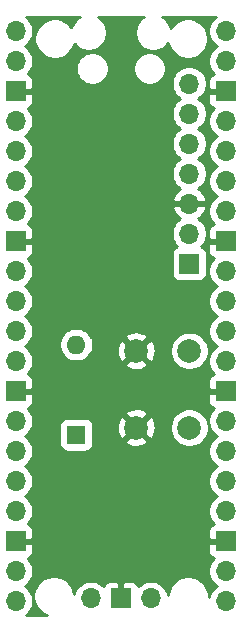
<source format=gbr>
%TF.GenerationSoftware,KiCad,Pcbnew,(5.1.9)-1*%
%TF.CreationDate,2021-04-21T20:58:21+02:00*%
%TF.ProjectId,Air-Quality,4169722d-5175-4616-9c69-74792e6b6963,rev?*%
%TF.SameCoordinates,Original*%
%TF.FileFunction,Copper,L2,Bot*%
%TF.FilePolarity,Positive*%
%FSLAX46Y46*%
G04 Gerber Fmt 4.6, Leading zero omitted, Abs format (unit mm)*
G04 Created by KiCad (PCBNEW (5.1.9)-1) date 2021-04-21 20:58:21*
%MOMM*%
%LPD*%
G01*
G04 APERTURE LIST*
%TA.AperFunction,ComponentPad*%
%ADD10O,1.700000X1.700000*%
%TD*%
%TA.AperFunction,ComponentPad*%
%ADD11R,1.700000X1.700000*%
%TD*%
%TA.AperFunction,ComponentPad*%
%ADD12C,2.000000*%
%TD*%
%TA.AperFunction,ComponentPad*%
%ADD13R,1.600000X1.600000*%
%TD*%
%TA.AperFunction,ComponentPad*%
%ADD14O,1.600000X1.600000*%
%TD*%
%TA.AperFunction,ViaPad*%
%ADD15C,0.800000*%
%TD*%
%TA.AperFunction,Conductor*%
%ADD16C,0.254000*%
%TD*%
%TA.AperFunction,Conductor*%
%ADD17C,0.100000*%
%TD*%
G04 APERTURE END LIST*
D10*
%TO.P,U1,1*%
%TO.N,/SDA*%
X177910000Y-64160001D03*
%TO.P,U1,2*%
%TO.N,/SCL*%
X177910000Y-66700001D03*
D11*
%TO.P,U1,3*%
%TO.N,GND*%
X177910000Y-69240001D03*
D10*
%TO.P,U1,4*%
%TO.N,Net-(R1-Pad1)*%
X177910000Y-71780001D03*
%TO.P,U1,5*%
%TO.N,Net-(R2-Pad1)*%
X177910000Y-74320001D03*
%TO.P,U1,6*%
%TO.N,Net-(R3-Pad1)*%
X177910000Y-76860001D03*
%TO.P,U1,7*%
%TO.N,Net-(R4-Pad1)*%
X177910000Y-79400001D03*
D11*
%TO.P,U1,8*%
%TO.N,GND*%
X177910000Y-81940001D03*
D10*
%TO.P,U1,9*%
%TO.N,Net-(R5-Pad1)*%
X177910000Y-84480001D03*
%TO.P,U1,10*%
%TO.N,Net-(U1-Pad10)*%
X177910000Y-87020001D03*
%TO.P,U1,11*%
%TO.N,Net-(U1-Pad11)*%
X177910000Y-89560001D03*
%TO.P,U1,12*%
%TO.N,Net-(U1-Pad12)*%
X177910000Y-92100001D03*
D11*
%TO.P,U1,13*%
%TO.N,GND*%
X177910000Y-94640001D03*
D10*
%TO.P,U1,14*%
%TO.N,Net-(U1-Pad14)*%
X177910000Y-97180001D03*
%TO.P,U1,15*%
%TO.N,Net-(U1-Pad15)*%
X177910000Y-99720001D03*
%TO.P,U1,16*%
%TO.N,Net-(U1-Pad16)*%
X177910000Y-102260001D03*
%TO.P,U1,17*%
%TO.N,Net-(U1-Pad17)*%
X177910000Y-104800001D03*
D11*
%TO.P,U1,18*%
%TO.N,GND*%
X177910000Y-107340001D03*
D10*
%TO.P,U1,19*%
%TO.N,Net-(U1-Pad19)*%
X177910000Y-109880001D03*
%TO.P,U1,20*%
%TO.N,Net-(U1-Pad20)*%
X177910000Y-112420001D03*
%TO.P,U1,21*%
%TO.N,Net-(R6-Pad1)*%
X195690000Y-112420001D03*
%TO.P,U1,22*%
%TO.N,Net-(U1-Pad22)*%
X195690000Y-109880001D03*
D11*
%TO.P,U1,23*%
%TO.N,GND*%
X195690000Y-107340001D03*
D10*
%TO.P,U1,24*%
%TO.N,Net-(U1-Pad24)*%
X195690000Y-104800001D03*
%TO.P,U1,25*%
%TO.N,Net-(U1-Pad25)*%
X195690000Y-102260001D03*
%TO.P,U1,26*%
%TO.N,Net-(U1-Pad26)*%
X195690000Y-99720001D03*
%TO.P,U1,27*%
%TO.N,Net-(U1-Pad27)*%
X195690000Y-97180001D03*
D11*
%TO.P,U1,28*%
%TO.N,GND*%
X195690000Y-94640001D03*
D10*
%TO.P,U1,29*%
%TO.N,Net-(R7-Pad1)*%
X195690000Y-92100001D03*
%TO.P,U1,30*%
%TO.N,Net-(U1-Pad30)*%
X195690000Y-89560001D03*
%TO.P,U1,31*%
%TO.N,Net-(U1-Pad31)*%
X195690000Y-87020001D03*
%TO.P,U1,32*%
%TO.N,Net-(U1-Pad32)*%
X195690000Y-84480001D03*
D11*
%TO.P,U1,33*%
%TO.N,GND*%
X195690000Y-81940001D03*
D10*
%TO.P,U1,34*%
%TO.N,Net-(U1-Pad34)*%
X195690000Y-79400001D03*
%TO.P,U1,35*%
%TO.N,Net-(U1-Pad35)*%
X195690000Y-76860001D03*
%TO.P,U1,36*%
%TO.N,+3V3*%
X195690000Y-74320001D03*
%TO.P,U1,37*%
%TO.N,Net-(U1-Pad37)*%
X195690000Y-71780001D03*
D11*
%TO.P,U1,38*%
%TO.N,GND*%
X195690000Y-69240001D03*
D10*
%TO.P,U1,39*%
%TO.N,Net-(U1-Pad39)*%
X195690000Y-66700001D03*
%TO.P,U1,40*%
%TO.N,Net-(U1-Pad40)*%
X195690000Y-64160001D03*
%TO.P,U1,41*%
%TO.N,Net-(U1-Pad41)*%
X184260000Y-112190001D03*
D11*
%TO.P,U1,42*%
%TO.N,GND*%
X186800000Y-112190001D03*
D10*
%TO.P,U1,43*%
%TO.N,Net-(U1-Pad43)*%
X189340000Y-112190001D03*
%TD*%
D12*
%TO.P,SW1,2*%
%TO.N,GND*%
X188108200Y-91236800D03*
%TO.P,SW1,1*%
%TO.N,Net-(R6-Pad1)*%
X192608200Y-91236800D03*
%TO.P,SW1,2*%
%TO.N,GND*%
X188108200Y-97736800D03*
%TO.P,SW1,1*%
%TO.N,Net-(R6-Pad1)*%
X192608200Y-97736800D03*
%TD*%
D13*
%TO.P,SW2,1*%
%TO.N,Net-(BZ1-Pad1)*%
X183032400Y-98323400D03*
D14*
%TO.P,SW2,2*%
%TO.N,Net-(R7-Pad2)*%
X183032400Y-90703400D03*
%TD*%
D11*
%TO.P,J1,1*%
%TO.N,+3V3*%
X192582800Y-83845400D03*
D10*
%TO.P,J1,2*%
%TO.N,Net-(J1-Pad2)*%
X192582800Y-81305400D03*
%TO.P,J1,3*%
%TO.N,GND*%
X192582800Y-78765400D03*
%TO.P,J1,4*%
%TO.N,/SCL*%
X192582800Y-76225400D03*
%TO.P,J1,5*%
%TO.N,Net-(J1-Pad5)*%
X192582800Y-73685400D03*
%TO.P,J1,6*%
%TO.N,/SDA*%
X192582800Y-71145400D03*
%TO.P,J1,7*%
%TO.N,Net-(J1-Pad7)*%
X192582800Y-68605400D03*
%TD*%
D15*
%TO.N,GND*%
X189280800Y-74371200D03*
X189357000Y-76885800D03*
X189280800Y-79502000D03*
X189357000Y-81965800D03*
X189357000Y-84480400D03*
%TD*%
D16*
%TO.N,GND*%
X194743368Y-63006526D02*
X194536525Y-63213369D01*
X194374010Y-63456590D01*
X194262068Y-63726843D01*
X194205000Y-64013741D01*
X194205000Y-64306261D01*
X194262068Y-64593159D01*
X194374010Y-64863412D01*
X194536525Y-65106633D01*
X194743368Y-65313476D01*
X194917760Y-65430001D01*
X194743368Y-65546526D01*
X194536525Y-65753369D01*
X194374010Y-65996590D01*
X194262068Y-66266843D01*
X194205000Y-66553741D01*
X194205000Y-66846261D01*
X194262068Y-67133159D01*
X194374010Y-67403412D01*
X194536525Y-67646633D01*
X194668380Y-67778488D01*
X194595820Y-67800499D01*
X194485506Y-67859464D01*
X194388815Y-67938816D01*
X194309463Y-68035507D01*
X194250498Y-68145821D01*
X194214188Y-68265519D01*
X194201928Y-68390001D01*
X194205000Y-68954251D01*
X194363750Y-69113001D01*
X195563000Y-69113001D01*
X195563000Y-69093001D01*
X195817000Y-69093001D01*
X195817000Y-69113001D01*
X195837000Y-69113001D01*
X195837000Y-69367001D01*
X195817000Y-69367001D01*
X195817000Y-69387001D01*
X195563000Y-69387001D01*
X195563000Y-69367001D01*
X194363750Y-69367001D01*
X194205000Y-69525751D01*
X194201928Y-70090001D01*
X194214188Y-70214483D01*
X194250498Y-70334181D01*
X194309463Y-70444495D01*
X194388815Y-70541186D01*
X194485506Y-70620538D01*
X194595820Y-70679503D01*
X194668380Y-70701514D01*
X194536525Y-70833369D01*
X194374010Y-71076590D01*
X194262068Y-71346843D01*
X194205000Y-71633741D01*
X194205000Y-71926261D01*
X194262068Y-72213159D01*
X194374010Y-72483412D01*
X194536525Y-72726633D01*
X194743368Y-72933476D01*
X194917760Y-73050001D01*
X194743368Y-73166526D01*
X194536525Y-73373369D01*
X194374010Y-73616590D01*
X194262068Y-73886843D01*
X194205000Y-74173741D01*
X194205000Y-74466261D01*
X194262068Y-74753159D01*
X194374010Y-75023412D01*
X194536525Y-75266633D01*
X194743368Y-75473476D01*
X194917760Y-75590001D01*
X194743368Y-75706526D01*
X194536525Y-75913369D01*
X194374010Y-76156590D01*
X194262068Y-76426843D01*
X194205000Y-76713741D01*
X194205000Y-77006261D01*
X194262068Y-77293159D01*
X194374010Y-77563412D01*
X194536525Y-77806633D01*
X194743368Y-78013476D01*
X194917760Y-78130001D01*
X194743368Y-78246526D01*
X194536525Y-78453369D01*
X194374010Y-78696590D01*
X194262068Y-78966843D01*
X194205000Y-79253741D01*
X194205000Y-79546261D01*
X194262068Y-79833159D01*
X194374010Y-80103412D01*
X194536525Y-80346633D01*
X194668380Y-80478488D01*
X194595820Y-80500499D01*
X194485506Y-80559464D01*
X194388815Y-80638816D01*
X194309463Y-80735507D01*
X194250498Y-80845821D01*
X194214188Y-80965519D01*
X194201928Y-81090001D01*
X194205000Y-81654251D01*
X194363750Y-81813001D01*
X195563000Y-81813001D01*
X195563000Y-81793001D01*
X195817000Y-81793001D01*
X195817000Y-81813001D01*
X195837000Y-81813001D01*
X195837000Y-82067001D01*
X195817000Y-82067001D01*
X195817000Y-82087001D01*
X195563000Y-82087001D01*
X195563000Y-82067001D01*
X194363750Y-82067001D01*
X194205000Y-82225751D01*
X194201928Y-82790001D01*
X194214188Y-82914483D01*
X194250498Y-83034181D01*
X194309463Y-83144495D01*
X194388815Y-83241186D01*
X194485506Y-83320538D01*
X194595820Y-83379503D01*
X194668380Y-83401514D01*
X194536525Y-83533369D01*
X194374010Y-83776590D01*
X194262068Y-84046843D01*
X194205000Y-84333741D01*
X194205000Y-84626261D01*
X194262068Y-84913159D01*
X194374010Y-85183412D01*
X194536525Y-85426633D01*
X194743368Y-85633476D01*
X194917760Y-85750001D01*
X194743368Y-85866526D01*
X194536525Y-86073369D01*
X194374010Y-86316590D01*
X194262068Y-86586843D01*
X194205000Y-86873741D01*
X194205000Y-87166261D01*
X194262068Y-87453159D01*
X194374010Y-87723412D01*
X194536525Y-87966633D01*
X194743368Y-88173476D01*
X194917760Y-88290001D01*
X194743368Y-88406526D01*
X194536525Y-88613369D01*
X194374010Y-88856590D01*
X194262068Y-89126843D01*
X194205000Y-89413741D01*
X194205000Y-89706261D01*
X194262068Y-89993159D01*
X194374010Y-90263412D01*
X194536525Y-90506633D01*
X194743368Y-90713476D01*
X194917760Y-90830001D01*
X194743368Y-90946526D01*
X194536525Y-91153369D01*
X194374010Y-91396590D01*
X194262068Y-91666843D01*
X194205000Y-91953741D01*
X194205000Y-92246261D01*
X194262068Y-92533159D01*
X194374010Y-92803412D01*
X194536525Y-93046633D01*
X194668380Y-93178488D01*
X194595820Y-93200499D01*
X194485506Y-93259464D01*
X194388815Y-93338816D01*
X194309463Y-93435507D01*
X194250498Y-93545821D01*
X194214188Y-93665519D01*
X194201928Y-93790001D01*
X194205000Y-94354251D01*
X194363750Y-94513001D01*
X195563000Y-94513001D01*
X195563000Y-94493001D01*
X195817000Y-94493001D01*
X195817000Y-94513001D01*
X195837000Y-94513001D01*
X195837000Y-94767001D01*
X195817000Y-94767001D01*
X195817000Y-94787001D01*
X195563000Y-94787001D01*
X195563000Y-94767001D01*
X194363750Y-94767001D01*
X194205000Y-94925751D01*
X194201928Y-95490001D01*
X194214188Y-95614483D01*
X194250498Y-95734181D01*
X194309463Y-95844495D01*
X194388815Y-95941186D01*
X194485506Y-96020538D01*
X194595820Y-96079503D01*
X194668380Y-96101514D01*
X194536525Y-96233369D01*
X194374010Y-96476590D01*
X194262068Y-96746843D01*
X194205000Y-97033741D01*
X194205000Y-97326261D01*
X194262068Y-97613159D01*
X194374010Y-97883412D01*
X194536525Y-98126633D01*
X194743368Y-98333476D01*
X194917760Y-98450001D01*
X194743368Y-98566526D01*
X194536525Y-98773369D01*
X194374010Y-99016590D01*
X194262068Y-99286843D01*
X194205000Y-99573741D01*
X194205000Y-99866261D01*
X194262068Y-100153159D01*
X194374010Y-100423412D01*
X194536525Y-100666633D01*
X194743368Y-100873476D01*
X194917760Y-100990001D01*
X194743368Y-101106526D01*
X194536525Y-101313369D01*
X194374010Y-101556590D01*
X194262068Y-101826843D01*
X194205000Y-102113741D01*
X194205000Y-102406261D01*
X194262068Y-102693159D01*
X194374010Y-102963412D01*
X194536525Y-103206633D01*
X194743368Y-103413476D01*
X194917760Y-103530001D01*
X194743368Y-103646526D01*
X194536525Y-103853369D01*
X194374010Y-104096590D01*
X194262068Y-104366843D01*
X194205000Y-104653741D01*
X194205000Y-104946261D01*
X194262068Y-105233159D01*
X194374010Y-105503412D01*
X194536525Y-105746633D01*
X194668380Y-105878488D01*
X194595820Y-105900499D01*
X194485506Y-105959464D01*
X194388815Y-106038816D01*
X194309463Y-106135507D01*
X194250498Y-106245821D01*
X194214188Y-106365519D01*
X194201928Y-106490001D01*
X194205000Y-107054251D01*
X194363750Y-107213001D01*
X195563000Y-107213001D01*
X195563000Y-107193001D01*
X195817000Y-107193001D01*
X195817000Y-107213001D01*
X195837000Y-107213001D01*
X195837000Y-107467001D01*
X195817000Y-107467001D01*
X195817000Y-107487001D01*
X195563000Y-107487001D01*
X195563000Y-107467001D01*
X194363750Y-107467001D01*
X194205000Y-107625751D01*
X194201928Y-108190001D01*
X194214188Y-108314483D01*
X194250498Y-108434181D01*
X194309463Y-108544495D01*
X194388815Y-108641186D01*
X194485506Y-108720538D01*
X194595820Y-108779503D01*
X194668380Y-108801514D01*
X194536525Y-108933369D01*
X194374010Y-109176590D01*
X194262068Y-109446843D01*
X194205000Y-109733741D01*
X194205000Y-110026261D01*
X194262068Y-110313159D01*
X194374010Y-110583412D01*
X194536525Y-110826633D01*
X194743368Y-111033476D01*
X194917760Y-111150001D01*
X194743368Y-111266526D01*
X194536525Y-111473369D01*
X194374010Y-111716590D01*
X194262068Y-111986843D01*
X194245074Y-112072277D01*
X194245074Y-111862202D01*
X194178945Y-111529749D01*
X194049228Y-111216586D01*
X193860909Y-110934746D01*
X193621224Y-110695061D01*
X193339384Y-110506742D01*
X193026221Y-110377025D01*
X192693768Y-110310896D01*
X192354802Y-110310896D01*
X192022349Y-110377025D01*
X191709186Y-110506742D01*
X191427346Y-110695061D01*
X191187661Y-110934746D01*
X190999342Y-111216586D01*
X190869625Y-111529749D01*
X190803496Y-111862202D01*
X190803496Y-111935634D01*
X190767932Y-111756843D01*
X190655990Y-111486590D01*
X190493475Y-111243369D01*
X190286632Y-111036526D01*
X190043411Y-110874011D01*
X189773158Y-110762069D01*
X189486260Y-110705001D01*
X189193740Y-110705001D01*
X188906842Y-110762069D01*
X188636589Y-110874011D01*
X188393368Y-111036526D01*
X188261513Y-111168381D01*
X188239502Y-111095821D01*
X188180537Y-110985507D01*
X188101185Y-110888816D01*
X188004494Y-110809464D01*
X187894180Y-110750499D01*
X187774482Y-110714189D01*
X187650000Y-110701929D01*
X187085750Y-110705001D01*
X186927000Y-110863751D01*
X186927000Y-112063001D01*
X186947000Y-112063001D01*
X186947000Y-112317001D01*
X186927000Y-112317001D01*
X186927000Y-112337001D01*
X186673000Y-112337001D01*
X186673000Y-112317001D01*
X186653000Y-112317001D01*
X186653000Y-112063001D01*
X186673000Y-112063001D01*
X186673000Y-110863751D01*
X186514250Y-110705001D01*
X185950000Y-110701929D01*
X185825518Y-110714189D01*
X185705820Y-110750499D01*
X185595506Y-110809464D01*
X185498815Y-110888816D01*
X185419463Y-110985507D01*
X185360498Y-111095821D01*
X185338487Y-111168381D01*
X185206632Y-111036526D01*
X184963411Y-110874011D01*
X184693158Y-110762069D01*
X184406260Y-110705001D01*
X184113740Y-110705001D01*
X183826842Y-110762069D01*
X183556589Y-110874011D01*
X183313368Y-111036526D01*
X183106525Y-111243369D01*
X182944010Y-111486590D01*
X182832068Y-111756843D01*
X182823334Y-111800754D01*
X182764375Y-111504349D01*
X182634658Y-111191186D01*
X182446339Y-110909346D01*
X182206654Y-110669661D01*
X181924814Y-110481342D01*
X181611651Y-110351625D01*
X181279198Y-110285496D01*
X180940232Y-110285496D01*
X180607779Y-110351625D01*
X180294616Y-110481342D01*
X180012776Y-110669661D01*
X179773091Y-110909346D01*
X179584772Y-111191186D01*
X179455055Y-111504349D01*
X179388926Y-111836802D01*
X179388926Y-112175768D01*
X179455055Y-112508221D01*
X179584772Y-112821384D01*
X179773091Y-113103224D01*
X180012776Y-113342909D01*
X180294616Y-113531228D01*
X180557214Y-113640000D01*
X178757072Y-113640000D01*
X178856632Y-113573476D01*
X179063475Y-113366633D01*
X179225990Y-113123412D01*
X179337932Y-112853159D01*
X179395000Y-112566261D01*
X179395000Y-112273741D01*
X179337932Y-111986843D01*
X179225990Y-111716590D01*
X179063475Y-111473369D01*
X178856632Y-111266526D01*
X178682240Y-111150001D01*
X178856632Y-111033476D01*
X179063475Y-110826633D01*
X179225990Y-110583412D01*
X179337932Y-110313159D01*
X179395000Y-110026261D01*
X179395000Y-109733741D01*
X179337932Y-109446843D01*
X179225990Y-109176590D01*
X179063475Y-108933369D01*
X178931620Y-108801514D01*
X179004180Y-108779503D01*
X179114494Y-108720538D01*
X179211185Y-108641186D01*
X179290537Y-108544495D01*
X179349502Y-108434181D01*
X179385812Y-108314483D01*
X179398072Y-108190001D01*
X179395000Y-107625751D01*
X179236250Y-107467001D01*
X178037000Y-107467001D01*
X178037000Y-107487001D01*
X177783000Y-107487001D01*
X177783000Y-107467001D01*
X177763000Y-107467001D01*
X177763000Y-107213001D01*
X177783000Y-107213001D01*
X177783000Y-107193001D01*
X178037000Y-107193001D01*
X178037000Y-107213001D01*
X179236250Y-107213001D01*
X179395000Y-107054251D01*
X179398072Y-106490001D01*
X179385812Y-106365519D01*
X179349502Y-106245821D01*
X179290537Y-106135507D01*
X179211185Y-106038816D01*
X179114494Y-105959464D01*
X179004180Y-105900499D01*
X178931620Y-105878488D01*
X179063475Y-105746633D01*
X179225990Y-105503412D01*
X179337932Y-105233159D01*
X179395000Y-104946261D01*
X179395000Y-104653741D01*
X179337932Y-104366843D01*
X179225990Y-104096590D01*
X179063475Y-103853369D01*
X178856632Y-103646526D01*
X178682240Y-103530001D01*
X178856632Y-103413476D01*
X179063475Y-103206633D01*
X179225990Y-102963412D01*
X179337932Y-102693159D01*
X179395000Y-102406261D01*
X179395000Y-102113741D01*
X179337932Y-101826843D01*
X179225990Y-101556590D01*
X179063475Y-101313369D01*
X178856632Y-101106526D01*
X178682240Y-100990001D01*
X178856632Y-100873476D01*
X179063475Y-100666633D01*
X179225990Y-100423412D01*
X179337932Y-100153159D01*
X179395000Y-99866261D01*
X179395000Y-99573741D01*
X179337932Y-99286843D01*
X179225990Y-99016590D01*
X179063475Y-98773369D01*
X178856632Y-98566526D01*
X178682240Y-98450001D01*
X178856632Y-98333476D01*
X179063475Y-98126633D01*
X179225990Y-97883412D01*
X179337932Y-97613159D01*
X179355786Y-97523400D01*
X181594328Y-97523400D01*
X181594328Y-99123400D01*
X181606588Y-99247882D01*
X181642898Y-99367580D01*
X181701863Y-99477894D01*
X181781215Y-99574585D01*
X181877906Y-99653937D01*
X181988220Y-99712902D01*
X182107918Y-99749212D01*
X182232400Y-99761472D01*
X183832400Y-99761472D01*
X183956882Y-99749212D01*
X184076580Y-99712902D01*
X184186894Y-99653937D01*
X184283585Y-99574585D01*
X184362937Y-99477894D01*
X184421902Y-99367580D01*
X184458212Y-99247882D01*
X184470472Y-99123400D01*
X184470472Y-98872213D01*
X187152392Y-98872213D01*
X187248156Y-99136614D01*
X187537771Y-99277504D01*
X187849308Y-99359184D01*
X188170795Y-99378518D01*
X188489875Y-99334761D01*
X188794288Y-99229595D01*
X188968244Y-99136614D01*
X189064008Y-98872213D01*
X188108200Y-97916405D01*
X187152392Y-98872213D01*
X184470472Y-98872213D01*
X184470472Y-97799395D01*
X186466482Y-97799395D01*
X186510239Y-98118475D01*
X186615405Y-98422888D01*
X186708386Y-98596844D01*
X186972787Y-98692608D01*
X187928595Y-97736800D01*
X188287805Y-97736800D01*
X189243613Y-98692608D01*
X189508014Y-98596844D01*
X189648904Y-98307229D01*
X189730584Y-97995692D01*
X189749918Y-97674205D01*
X189736419Y-97575767D01*
X190973200Y-97575767D01*
X190973200Y-97897833D01*
X191036032Y-98213712D01*
X191159282Y-98511263D01*
X191338213Y-98779052D01*
X191565948Y-99006787D01*
X191833737Y-99185718D01*
X192131288Y-99308968D01*
X192447167Y-99371800D01*
X192769233Y-99371800D01*
X193085112Y-99308968D01*
X193382663Y-99185718D01*
X193650452Y-99006787D01*
X193878187Y-98779052D01*
X194057118Y-98511263D01*
X194180368Y-98213712D01*
X194243200Y-97897833D01*
X194243200Y-97575767D01*
X194180368Y-97259888D01*
X194057118Y-96962337D01*
X193878187Y-96694548D01*
X193650452Y-96466813D01*
X193382663Y-96287882D01*
X193085112Y-96164632D01*
X192769233Y-96101800D01*
X192447167Y-96101800D01*
X192131288Y-96164632D01*
X191833737Y-96287882D01*
X191565948Y-96466813D01*
X191338213Y-96694548D01*
X191159282Y-96962337D01*
X191036032Y-97259888D01*
X190973200Y-97575767D01*
X189736419Y-97575767D01*
X189706161Y-97355125D01*
X189600995Y-97050712D01*
X189508014Y-96876756D01*
X189243613Y-96780992D01*
X188287805Y-97736800D01*
X187928595Y-97736800D01*
X186972787Y-96780992D01*
X186708386Y-96876756D01*
X186567496Y-97166371D01*
X186485816Y-97477908D01*
X186466482Y-97799395D01*
X184470472Y-97799395D01*
X184470472Y-97523400D01*
X184458212Y-97398918D01*
X184421902Y-97279220D01*
X184362937Y-97168906D01*
X184283585Y-97072215D01*
X184186894Y-96992863D01*
X184076580Y-96933898D01*
X183956882Y-96897588D01*
X183832400Y-96885328D01*
X182232400Y-96885328D01*
X182107918Y-96897588D01*
X181988220Y-96933898D01*
X181877906Y-96992863D01*
X181781215Y-97072215D01*
X181701863Y-97168906D01*
X181642898Y-97279220D01*
X181606588Y-97398918D01*
X181594328Y-97523400D01*
X179355786Y-97523400D01*
X179395000Y-97326261D01*
X179395000Y-97033741D01*
X179337932Y-96746843D01*
X179277683Y-96601387D01*
X187152392Y-96601387D01*
X188108200Y-97557195D01*
X189064008Y-96601387D01*
X188968244Y-96336986D01*
X188678629Y-96196096D01*
X188367092Y-96114416D01*
X188045605Y-96095082D01*
X187726525Y-96138839D01*
X187422112Y-96244005D01*
X187248156Y-96336986D01*
X187152392Y-96601387D01*
X179277683Y-96601387D01*
X179225990Y-96476590D01*
X179063475Y-96233369D01*
X178931620Y-96101514D01*
X179004180Y-96079503D01*
X179114494Y-96020538D01*
X179211185Y-95941186D01*
X179290537Y-95844495D01*
X179349502Y-95734181D01*
X179385812Y-95614483D01*
X179398072Y-95490001D01*
X179395000Y-94925751D01*
X179236250Y-94767001D01*
X178037000Y-94767001D01*
X178037000Y-94787001D01*
X177783000Y-94787001D01*
X177783000Y-94767001D01*
X177763000Y-94767001D01*
X177763000Y-94513001D01*
X177783000Y-94513001D01*
X177783000Y-94493001D01*
X178037000Y-94493001D01*
X178037000Y-94513001D01*
X179236250Y-94513001D01*
X179395000Y-94354251D01*
X179398072Y-93790001D01*
X179385812Y-93665519D01*
X179349502Y-93545821D01*
X179290537Y-93435507D01*
X179211185Y-93338816D01*
X179114494Y-93259464D01*
X179004180Y-93200499D01*
X178931620Y-93178488D01*
X179063475Y-93046633D01*
X179225990Y-92803412D01*
X179337932Y-92533159D01*
X179369946Y-92372213D01*
X187152392Y-92372213D01*
X187248156Y-92636614D01*
X187537771Y-92777504D01*
X187849308Y-92859184D01*
X188170795Y-92878518D01*
X188489875Y-92834761D01*
X188794288Y-92729595D01*
X188968244Y-92636614D01*
X189064008Y-92372213D01*
X188108200Y-91416405D01*
X187152392Y-92372213D01*
X179369946Y-92372213D01*
X179395000Y-92246261D01*
X179395000Y-91953741D01*
X179337932Y-91666843D01*
X179225990Y-91396590D01*
X179063475Y-91153369D01*
X178856632Y-90946526D01*
X178682240Y-90830001D01*
X178856632Y-90713476D01*
X179008043Y-90562065D01*
X181597400Y-90562065D01*
X181597400Y-90844735D01*
X181652547Y-91121974D01*
X181760720Y-91383127D01*
X181917763Y-91618159D01*
X182117641Y-91818037D01*
X182352673Y-91975080D01*
X182613826Y-92083253D01*
X182891065Y-92138400D01*
X183173735Y-92138400D01*
X183450974Y-92083253D01*
X183712127Y-91975080D01*
X183947159Y-91818037D01*
X184147037Y-91618159D01*
X184304080Y-91383127D01*
X184338762Y-91299395D01*
X186466482Y-91299395D01*
X186510239Y-91618475D01*
X186615405Y-91922888D01*
X186708386Y-92096844D01*
X186972787Y-92192608D01*
X187928595Y-91236800D01*
X188287805Y-91236800D01*
X189243613Y-92192608D01*
X189508014Y-92096844D01*
X189648904Y-91807229D01*
X189730584Y-91495692D01*
X189749918Y-91174205D01*
X189736419Y-91075767D01*
X190973200Y-91075767D01*
X190973200Y-91397833D01*
X191036032Y-91713712D01*
X191159282Y-92011263D01*
X191338213Y-92279052D01*
X191565948Y-92506787D01*
X191833737Y-92685718D01*
X192131288Y-92808968D01*
X192447167Y-92871800D01*
X192769233Y-92871800D01*
X193085112Y-92808968D01*
X193382663Y-92685718D01*
X193650452Y-92506787D01*
X193878187Y-92279052D01*
X194057118Y-92011263D01*
X194180368Y-91713712D01*
X194243200Y-91397833D01*
X194243200Y-91075767D01*
X194180368Y-90759888D01*
X194057118Y-90462337D01*
X193878187Y-90194548D01*
X193650452Y-89966813D01*
X193382663Y-89787882D01*
X193085112Y-89664632D01*
X192769233Y-89601800D01*
X192447167Y-89601800D01*
X192131288Y-89664632D01*
X191833737Y-89787882D01*
X191565948Y-89966813D01*
X191338213Y-90194548D01*
X191159282Y-90462337D01*
X191036032Y-90759888D01*
X190973200Y-91075767D01*
X189736419Y-91075767D01*
X189706161Y-90855125D01*
X189600995Y-90550712D01*
X189508014Y-90376756D01*
X189243613Y-90280992D01*
X188287805Y-91236800D01*
X187928595Y-91236800D01*
X186972787Y-90280992D01*
X186708386Y-90376756D01*
X186567496Y-90666371D01*
X186485816Y-90977908D01*
X186466482Y-91299395D01*
X184338762Y-91299395D01*
X184412253Y-91121974D01*
X184467400Y-90844735D01*
X184467400Y-90562065D01*
X184412253Y-90284826D01*
X184336271Y-90101387D01*
X187152392Y-90101387D01*
X188108200Y-91057195D01*
X189064008Y-90101387D01*
X188968244Y-89836986D01*
X188678629Y-89696096D01*
X188367092Y-89614416D01*
X188045605Y-89595082D01*
X187726525Y-89638839D01*
X187422112Y-89744005D01*
X187248156Y-89836986D01*
X187152392Y-90101387D01*
X184336271Y-90101387D01*
X184304080Y-90023673D01*
X184147037Y-89788641D01*
X183947159Y-89588763D01*
X183712127Y-89431720D01*
X183450974Y-89323547D01*
X183173735Y-89268400D01*
X182891065Y-89268400D01*
X182613826Y-89323547D01*
X182352673Y-89431720D01*
X182117641Y-89588763D01*
X181917763Y-89788641D01*
X181760720Y-90023673D01*
X181652547Y-90284826D01*
X181597400Y-90562065D01*
X179008043Y-90562065D01*
X179063475Y-90506633D01*
X179225990Y-90263412D01*
X179337932Y-89993159D01*
X179395000Y-89706261D01*
X179395000Y-89413741D01*
X179337932Y-89126843D01*
X179225990Y-88856590D01*
X179063475Y-88613369D01*
X178856632Y-88406526D01*
X178682240Y-88290001D01*
X178856632Y-88173476D01*
X179063475Y-87966633D01*
X179225990Y-87723412D01*
X179337932Y-87453159D01*
X179395000Y-87166261D01*
X179395000Y-86873741D01*
X179337932Y-86586843D01*
X179225990Y-86316590D01*
X179063475Y-86073369D01*
X178856632Y-85866526D01*
X178682240Y-85750001D01*
X178856632Y-85633476D01*
X179063475Y-85426633D01*
X179225990Y-85183412D01*
X179337932Y-84913159D01*
X179395000Y-84626261D01*
X179395000Y-84333741D01*
X179337932Y-84046843D01*
X179225990Y-83776590D01*
X179063475Y-83533369D01*
X178931620Y-83401514D01*
X179004180Y-83379503D01*
X179114494Y-83320538D01*
X179211185Y-83241186D01*
X179290537Y-83144495D01*
X179349502Y-83034181D01*
X179361266Y-82995400D01*
X191094728Y-82995400D01*
X191094728Y-84695400D01*
X191106988Y-84819882D01*
X191143298Y-84939580D01*
X191202263Y-85049894D01*
X191281615Y-85146585D01*
X191378306Y-85225937D01*
X191488620Y-85284902D01*
X191608318Y-85321212D01*
X191732800Y-85333472D01*
X193432800Y-85333472D01*
X193557282Y-85321212D01*
X193676980Y-85284902D01*
X193787294Y-85225937D01*
X193883985Y-85146585D01*
X193963337Y-85049894D01*
X194022302Y-84939580D01*
X194058612Y-84819882D01*
X194070872Y-84695400D01*
X194070872Y-82995400D01*
X194058612Y-82870918D01*
X194022302Y-82751220D01*
X193963337Y-82640906D01*
X193883985Y-82544215D01*
X193787294Y-82464863D01*
X193676980Y-82405898D01*
X193604420Y-82383887D01*
X193736275Y-82252032D01*
X193898790Y-82008811D01*
X194010732Y-81738558D01*
X194067800Y-81451660D01*
X194067800Y-81159140D01*
X194010732Y-80872242D01*
X193898790Y-80601989D01*
X193736275Y-80358768D01*
X193529432Y-80151925D01*
X193347266Y-80030205D01*
X193464155Y-79960578D01*
X193680388Y-79765669D01*
X193854441Y-79532320D01*
X193979625Y-79269499D01*
X194024276Y-79122290D01*
X193902955Y-78892400D01*
X192709800Y-78892400D01*
X192709800Y-78912400D01*
X192455800Y-78912400D01*
X192455800Y-78892400D01*
X191262645Y-78892400D01*
X191141324Y-79122290D01*
X191185975Y-79269499D01*
X191311159Y-79532320D01*
X191485212Y-79765669D01*
X191701445Y-79960578D01*
X191818334Y-80030205D01*
X191636168Y-80151925D01*
X191429325Y-80358768D01*
X191266810Y-80601989D01*
X191154868Y-80872242D01*
X191097800Y-81159140D01*
X191097800Y-81451660D01*
X191154868Y-81738558D01*
X191266810Y-82008811D01*
X191429325Y-82252032D01*
X191561180Y-82383887D01*
X191488620Y-82405898D01*
X191378306Y-82464863D01*
X191281615Y-82544215D01*
X191202263Y-82640906D01*
X191143298Y-82751220D01*
X191106988Y-82870918D01*
X191094728Y-82995400D01*
X179361266Y-82995400D01*
X179385812Y-82914483D01*
X179398072Y-82790001D01*
X179395000Y-82225751D01*
X179236250Y-82067001D01*
X178037000Y-82067001D01*
X178037000Y-82087001D01*
X177783000Y-82087001D01*
X177783000Y-82067001D01*
X177763000Y-82067001D01*
X177763000Y-81813001D01*
X177783000Y-81813001D01*
X177783000Y-81793001D01*
X178037000Y-81793001D01*
X178037000Y-81813001D01*
X179236250Y-81813001D01*
X179395000Y-81654251D01*
X179398072Y-81090001D01*
X179385812Y-80965519D01*
X179349502Y-80845821D01*
X179290537Y-80735507D01*
X179211185Y-80638816D01*
X179114494Y-80559464D01*
X179004180Y-80500499D01*
X178931620Y-80478488D01*
X179063475Y-80346633D01*
X179225990Y-80103412D01*
X179337932Y-79833159D01*
X179395000Y-79546261D01*
X179395000Y-79253741D01*
X179337932Y-78966843D01*
X179225990Y-78696590D01*
X179063475Y-78453369D01*
X178856632Y-78246526D01*
X178682240Y-78130001D01*
X178856632Y-78013476D01*
X179063475Y-77806633D01*
X179225990Y-77563412D01*
X179337932Y-77293159D01*
X179395000Y-77006261D01*
X179395000Y-76713741D01*
X179337932Y-76426843D01*
X179225990Y-76156590D01*
X179063475Y-75913369D01*
X178856632Y-75706526D01*
X178682240Y-75590001D01*
X178856632Y-75473476D01*
X179063475Y-75266633D01*
X179225990Y-75023412D01*
X179337932Y-74753159D01*
X179395000Y-74466261D01*
X179395000Y-74173741D01*
X179337932Y-73886843D01*
X179225990Y-73616590D01*
X179063475Y-73373369D01*
X178856632Y-73166526D01*
X178682240Y-73050001D01*
X178856632Y-72933476D01*
X179063475Y-72726633D01*
X179225990Y-72483412D01*
X179337932Y-72213159D01*
X179395000Y-71926261D01*
X179395000Y-71633741D01*
X179337932Y-71346843D01*
X179225990Y-71076590D01*
X179063475Y-70833369D01*
X178931620Y-70701514D01*
X179004180Y-70679503D01*
X179114494Y-70620538D01*
X179211185Y-70541186D01*
X179290537Y-70444495D01*
X179349502Y-70334181D01*
X179385812Y-70214483D01*
X179398072Y-70090001D01*
X179395000Y-69525751D01*
X179236250Y-69367001D01*
X178037000Y-69367001D01*
X178037000Y-69387001D01*
X177783000Y-69387001D01*
X177783000Y-69367001D01*
X177763000Y-69367001D01*
X177763000Y-69113001D01*
X177783000Y-69113001D01*
X177783000Y-69093001D01*
X178037000Y-69093001D01*
X178037000Y-69113001D01*
X179236250Y-69113001D01*
X179395000Y-68954251D01*
X179398072Y-68390001D01*
X179385812Y-68265519D01*
X179349502Y-68145821D01*
X179290537Y-68035507D01*
X179211185Y-67938816D01*
X179114494Y-67859464D01*
X179004180Y-67800499D01*
X178931620Y-67778488D01*
X179063475Y-67646633D01*
X179225990Y-67403412D01*
X179317042Y-67183590D01*
X182990000Y-67183590D01*
X182990000Y-67456412D01*
X183043225Y-67723990D01*
X183147629Y-67976044D01*
X183299201Y-68202887D01*
X183492114Y-68395800D01*
X183718957Y-68547372D01*
X183971011Y-68651776D01*
X184238589Y-68705001D01*
X184511411Y-68705001D01*
X184778989Y-68651776D01*
X185031043Y-68547372D01*
X185257886Y-68395800D01*
X185450799Y-68202887D01*
X185602371Y-67976044D01*
X185706775Y-67723990D01*
X185760000Y-67456412D01*
X185760000Y-67183590D01*
X187840000Y-67183590D01*
X187840000Y-67456412D01*
X187893225Y-67723990D01*
X187997629Y-67976044D01*
X188149201Y-68202887D01*
X188342114Y-68395800D01*
X188568957Y-68547372D01*
X188821011Y-68651776D01*
X189088589Y-68705001D01*
X189361411Y-68705001D01*
X189628989Y-68651776D01*
X189881043Y-68547372D01*
X190013091Y-68459140D01*
X191097800Y-68459140D01*
X191097800Y-68751660D01*
X191154868Y-69038558D01*
X191266810Y-69308811D01*
X191429325Y-69552032D01*
X191636168Y-69758875D01*
X191810560Y-69875400D01*
X191636168Y-69991925D01*
X191429325Y-70198768D01*
X191266810Y-70441989D01*
X191154868Y-70712242D01*
X191097800Y-70999140D01*
X191097800Y-71291660D01*
X191154868Y-71578558D01*
X191266810Y-71848811D01*
X191429325Y-72092032D01*
X191636168Y-72298875D01*
X191810560Y-72415400D01*
X191636168Y-72531925D01*
X191429325Y-72738768D01*
X191266810Y-72981989D01*
X191154868Y-73252242D01*
X191097800Y-73539140D01*
X191097800Y-73831660D01*
X191154868Y-74118558D01*
X191266810Y-74388811D01*
X191429325Y-74632032D01*
X191636168Y-74838875D01*
X191810560Y-74955400D01*
X191636168Y-75071925D01*
X191429325Y-75278768D01*
X191266810Y-75521989D01*
X191154868Y-75792242D01*
X191097800Y-76079140D01*
X191097800Y-76371660D01*
X191154868Y-76658558D01*
X191266810Y-76928811D01*
X191429325Y-77172032D01*
X191636168Y-77378875D01*
X191818334Y-77500595D01*
X191701445Y-77570222D01*
X191485212Y-77765131D01*
X191311159Y-77998480D01*
X191185975Y-78261301D01*
X191141324Y-78408510D01*
X191262645Y-78638400D01*
X192455800Y-78638400D01*
X192455800Y-78618400D01*
X192709800Y-78618400D01*
X192709800Y-78638400D01*
X193902955Y-78638400D01*
X194024276Y-78408510D01*
X193979625Y-78261301D01*
X193854441Y-77998480D01*
X193680388Y-77765131D01*
X193464155Y-77570222D01*
X193347266Y-77500595D01*
X193529432Y-77378875D01*
X193736275Y-77172032D01*
X193898790Y-76928811D01*
X194010732Y-76658558D01*
X194067800Y-76371660D01*
X194067800Y-76079140D01*
X194010732Y-75792242D01*
X193898790Y-75521989D01*
X193736275Y-75278768D01*
X193529432Y-75071925D01*
X193355040Y-74955400D01*
X193529432Y-74838875D01*
X193736275Y-74632032D01*
X193898790Y-74388811D01*
X194010732Y-74118558D01*
X194067800Y-73831660D01*
X194067800Y-73539140D01*
X194010732Y-73252242D01*
X193898790Y-72981989D01*
X193736275Y-72738768D01*
X193529432Y-72531925D01*
X193355040Y-72415400D01*
X193529432Y-72298875D01*
X193736275Y-72092032D01*
X193898790Y-71848811D01*
X194010732Y-71578558D01*
X194067800Y-71291660D01*
X194067800Y-70999140D01*
X194010732Y-70712242D01*
X193898790Y-70441989D01*
X193736275Y-70198768D01*
X193529432Y-69991925D01*
X193355040Y-69875400D01*
X193529432Y-69758875D01*
X193736275Y-69552032D01*
X193898790Y-69308811D01*
X194010732Y-69038558D01*
X194067800Y-68751660D01*
X194067800Y-68459140D01*
X194010732Y-68172242D01*
X193898790Y-67901989D01*
X193736275Y-67658768D01*
X193529432Y-67451925D01*
X193286211Y-67289410D01*
X193015958Y-67177468D01*
X192729060Y-67120400D01*
X192436540Y-67120400D01*
X192149642Y-67177468D01*
X191879389Y-67289410D01*
X191636168Y-67451925D01*
X191429325Y-67658768D01*
X191266810Y-67901989D01*
X191154868Y-68172242D01*
X191097800Y-68459140D01*
X190013091Y-68459140D01*
X190107886Y-68395800D01*
X190300799Y-68202887D01*
X190452371Y-67976044D01*
X190556775Y-67723990D01*
X190610000Y-67456412D01*
X190610000Y-67183590D01*
X190556775Y-66916012D01*
X190452371Y-66663958D01*
X190300799Y-66437115D01*
X190107886Y-66244202D01*
X189881043Y-66092630D01*
X189628989Y-65988226D01*
X189361411Y-65935001D01*
X189088589Y-65935001D01*
X188821011Y-65988226D01*
X188568957Y-66092630D01*
X188342114Y-66244202D01*
X188149201Y-66437115D01*
X187997629Y-66663958D01*
X187893225Y-66916012D01*
X187840000Y-67183590D01*
X185760000Y-67183590D01*
X185706775Y-66916012D01*
X185602371Y-66663958D01*
X185450799Y-66437115D01*
X185257886Y-66244202D01*
X185031043Y-66092630D01*
X184778989Y-65988226D01*
X184511411Y-65935001D01*
X184238589Y-65935001D01*
X183971011Y-65988226D01*
X183718957Y-66092630D01*
X183492114Y-66244202D01*
X183299201Y-66437115D01*
X183147629Y-66663958D01*
X183043225Y-66916012D01*
X182990000Y-67183590D01*
X179317042Y-67183590D01*
X179337932Y-67133159D01*
X179395000Y-66846261D01*
X179395000Y-66553741D01*
X179337932Y-66266843D01*
X179225990Y-65996590D01*
X179063475Y-65753369D01*
X178856632Y-65546526D01*
X178682240Y-65430001D01*
X178856632Y-65313476D01*
X179063475Y-65106633D01*
X179225990Y-64863412D01*
X179337932Y-64593159D01*
X179395000Y-64306261D01*
X179395000Y-64013741D01*
X179337932Y-63726843D01*
X179225990Y-63456590D01*
X179063475Y-63213369D01*
X178856632Y-63006526D01*
X178791105Y-62962742D01*
X183306251Y-62957534D01*
X183096495Y-63097689D01*
X182882688Y-63311496D01*
X182714701Y-63562906D01*
X182610317Y-63814909D01*
X182532509Y-63698461D01*
X182292824Y-63458776D01*
X182010984Y-63270457D01*
X181697821Y-63140740D01*
X181365368Y-63074611D01*
X181026402Y-63074611D01*
X180693949Y-63140740D01*
X180380786Y-63270457D01*
X180098946Y-63458776D01*
X179859261Y-63698461D01*
X179670942Y-63980301D01*
X179541225Y-64293464D01*
X179475096Y-64625917D01*
X179475096Y-64964883D01*
X179541225Y-65297336D01*
X179670942Y-65610499D01*
X179859261Y-65892339D01*
X180098946Y-66132024D01*
X180380786Y-66320343D01*
X180693949Y-66450060D01*
X181026402Y-66516189D01*
X181365368Y-66516189D01*
X181697821Y-66450060D01*
X182010984Y-66320343D01*
X182292824Y-66132024D01*
X182532509Y-65892339D01*
X182720828Y-65610499D01*
X182850545Y-65297336D01*
X182862338Y-65238050D01*
X182882688Y-65268506D01*
X183096495Y-65482313D01*
X183347905Y-65650300D01*
X183627257Y-65766012D01*
X183923816Y-65825001D01*
X184226184Y-65825001D01*
X184522743Y-65766012D01*
X184802095Y-65650300D01*
X185053505Y-65482313D01*
X185267312Y-65268506D01*
X185435299Y-65017096D01*
X185551011Y-64737744D01*
X185610000Y-64441185D01*
X185610000Y-64138817D01*
X185551011Y-63842258D01*
X185435299Y-63562906D01*
X185267312Y-63311496D01*
X185053505Y-63097689D01*
X184841100Y-62955764D01*
X188765675Y-62951238D01*
X188546495Y-63097689D01*
X188332688Y-63311496D01*
X188164701Y-63562906D01*
X188048989Y-63842258D01*
X187990000Y-64138817D01*
X187990000Y-64441185D01*
X188048989Y-64737744D01*
X188164701Y-65017096D01*
X188332688Y-65268506D01*
X188546495Y-65482313D01*
X188797905Y-65650300D01*
X189077257Y-65766012D01*
X189373816Y-65825001D01*
X189676184Y-65825001D01*
X189972743Y-65766012D01*
X190252095Y-65650300D01*
X190503505Y-65482313D01*
X190717312Y-65268506D01*
X190791119Y-65158047D01*
X190818825Y-65297336D01*
X190948542Y-65610499D01*
X191136861Y-65892339D01*
X191376546Y-66132024D01*
X191658386Y-66320343D01*
X191971549Y-66450060D01*
X192304002Y-66516189D01*
X192642968Y-66516189D01*
X192975421Y-66450060D01*
X193288584Y-66320343D01*
X193570424Y-66132024D01*
X193810109Y-65892339D01*
X193998428Y-65610499D01*
X194128145Y-65297336D01*
X194194274Y-64964883D01*
X194194274Y-64625917D01*
X194128145Y-64293464D01*
X193998428Y-63980301D01*
X193810109Y-63698461D01*
X193570424Y-63458776D01*
X193288584Y-63270457D01*
X192975421Y-63140740D01*
X192642968Y-63074611D01*
X192304002Y-63074611D01*
X191971549Y-63140740D01*
X191658386Y-63270457D01*
X191376546Y-63458776D01*
X191136861Y-63698461D01*
X191010134Y-63888122D01*
X191001011Y-63842258D01*
X190885299Y-63562906D01*
X190717312Y-63311496D01*
X190503505Y-63097689D01*
X190281709Y-62949489D01*
X194836592Y-62944236D01*
X194743368Y-63006526D01*
%TA.AperFunction,Conductor*%
D17*
G36*
X194743368Y-63006526D02*
G01*
X194536525Y-63213369D01*
X194374010Y-63456590D01*
X194262068Y-63726843D01*
X194205000Y-64013741D01*
X194205000Y-64306261D01*
X194262068Y-64593159D01*
X194374010Y-64863412D01*
X194536525Y-65106633D01*
X194743368Y-65313476D01*
X194917760Y-65430001D01*
X194743368Y-65546526D01*
X194536525Y-65753369D01*
X194374010Y-65996590D01*
X194262068Y-66266843D01*
X194205000Y-66553741D01*
X194205000Y-66846261D01*
X194262068Y-67133159D01*
X194374010Y-67403412D01*
X194536525Y-67646633D01*
X194668380Y-67778488D01*
X194595820Y-67800499D01*
X194485506Y-67859464D01*
X194388815Y-67938816D01*
X194309463Y-68035507D01*
X194250498Y-68145821D01*
X194214188Y-68265519D01*
X194201928Y-68390001D01*
X194205000Y-68954251D01*
X194363750Y-69113001D01*
X195563000Y-69113001D01*
X195563000Y-69093001D01*
X195817000Y-69093001D01*
X195817000Y-69113001D01*
X195837000Y-69113001D01*
X195837000Y-69367001D01*
X195817000Y-69367001D01*
X195817000Y-69387001D01*
X195563000Y-69387001D01*
X195563000Y-69367001D01*
X194363750Y-69367001D01*
X194205000Y-69525751D01*
X194201928Y-70090001D01*
X194214188Y-70214483D01*
X194250498Y-70334181D01*
X194309463Y-70444495D01*
X194388815Y-70541186D01*
X194485506Y-70620538D01*
X194595820Y-70679503D01*
X194668380Y-70701514D01*
X194536525Y-70833369D01*
X194374010Y-71076590D01*
X194262068Y-71346843D01*
X194205000Y-71633741D01*
X194205000Y-71926261D01*
X194262068Y-72213159D01*
X194374010Y-72483412D01*
X194536525Y-72726633D01*
X194743368Y-72933476D01*
X194917760Y-73050001D01*
X194743368Y-73166526D01*
X194536525Y-73373369D01*
X194374010Y-73616590D01*
X194262068Y-73886843D01*
X194205000Y-74173741D01*
X194205000Y-74466261D01*
X194262068Y-74753159D01*
X194374010Y-75023412D01*
X194536525Y-75266633D01*
X194743368Y-75473476D01*
X194917760Y-75590001D01*
X194743368Y-75706526D01*
X194536525Y-75913369D01*
X194374010Y-76156590D01*
X194262068Y-76426843D01*
X194205000Y-76713741D01*
X194205000Y-77006261D01*
X194262068Y-77293159D01*
X194374010Y-77563412D01*
X194536525Y-77806633D01*
X194743368Y-78013476D01*
X194917760Y-78130001D01*
X194743368Y-78246526D01*
X194536525Y-78453369D01*
X194374010Y-78696590D01*
X194262068Y-78966843D01*
X194205000Y-79253741D01*
X194205000Y-79546261D01*
X194262068Y-79833159D01*
X194374010Y-80103412D01*
X194536525Y-80346633D01*
X194668380Y-80478488D01*
X194595820Y-80500499D01*
X194485506Y-80559464D01*
X194388815Y-80638816D01*
X194309463Y-80735507D01*
X194250498Y-80845821D01*
X194214188Y-80965519D01*
X194201928Y-81090001D01*
X194205000Y-81654251D01*
X194363750Y-81813001D01*
X195563000Y-81813001D01*
X195563000Y-81793001D01*
X195817000Y-81793001D01*
X195817000Y-81813001D01*
X195837000Y-81813001D01*
X195837000Y-82067001D01*
X195817000Y-82067001D01*
X195817000Y-82087001D01*
X195563000Y-82087001D01*
X195563000Y-82067001D01*
X194363750Y-82067001D01*
X194205000Y-82225751D01*
X194201928Y-82790001D01*
X194214188Y-82914483D01*
X194250498Y-83034181D01*
X194309463Y-83144495D01*
X194388815Y-83241186D01*
X194485506Y-83320538D01*
X194595820Y-83379503D01*
X194668380Y-83401514D01*
X194536525Y-83533369D01*
X194374010Y-83776590D01*
X194262068Y-84046843D01*
X194205000Y-84333741D01*
X194205000Y-84626261D01*
X194262068Y-84913159D01*
X194374010Y-85183412D01*
X194536525Y-85426633D01*
X194743368Y-85633476D01*
X194917760Y-85750001D01*
X194743368Y-85866526D01*
X194536525Y-86073369D01*
X194374010Y-86316590D01*
X194262068Y-86586843D01*
X194205000Y-86873741D01*
X194205000Y-87166261D01*
X194262068Y-87453159D01*
X194374010Y-87723412D01*
X194536525Y-87966633D01*
X194743368Y-88173476D01*
X194917760Y-88290001D01*
X194743368Y-88406526D01*
X194536525Y-88613369D01*
X194374010Y-88856590D01*
X194262068Y-89126843D01*
X194205000Y-89413741D01*
X194205000Y-89706261D01*
X194262068Y-89993159D01*
X194374010Y-90263412D01*
X194536525Y-90506633D01*
X194743368Y-90713476D01*
X194917760Y-90830001D01*
X194743368Y-90946526D01*
X194536525Y-91153369D01*
X194374010Y-91396590D01*
X194262068Y-91666843D01*
X194205000Y-91953741D01*
X194205000Y-92246261D01*
X194262068Y-92533159D01*
X194374010Y-92803412D01*
X194536525Y-93046633D01*
X194668380Y-93178488D01*
X194595820Y-93200499D01*
X194485506Y-93259464D01*
X194388815Y-93338816D01*
X194309463Y-93435507D01*
X194250498Y-93545821D01*
X194214188Y-93665519D01*
X194201928Y-93790001D01*
X194205000Y-94354251D01*
X194363750Y-94513001D01*
X195563000Y-94513001D01*
X195563000Y-94493001D01*
X195817000Y-94493001D01*
X195817000Y-94513001D01*
X195837000Y-94513001D01*
X195837000Y-94767001D01*
X195817000Y-94767001D01*
X195817000Y-94787001D01*
X195563000Y-94787001D01*
X195563000Y-94767001D01*
X194363750Y-94767001D01*
X194205000Y-94925751D01*
X194201928Y-95490001D01*
X194214188Y-95614483D01*
X194250498Y-95734181D01*
X194309463Y-95844495D01*
X194388815Y-95941186D01*
X194485506Y-96020538D01*
X194595820Y-96079503D01*
X194668380Y-96101514D01*
X194536525Y-96233369D01*
X194374010Y-96476590D01*
X194262068Y-96746843D01*
X194205000Y-97033741D01*
X194205000Y-97326261D01*
X194262068Y-97613159D01*
X194374010Y-97883412D01*
X194536525Y-98126633D01*
X194743368Y-98333476D01*
X194917760Y-98450001D01*
X194743368Y-98566526D01*
X194536525Y-98773369D01*
X194374010Y-99016590D01*
X194262068Y-99286843D01*
X194205000Y-99573741D01*
X194205000Y-99866261D01*
X194262068Y-100153159D01*
X194374010Y-100423412D01*
X194536525Y-100666633D01*
X194743368Y-100873476D01*
X194917760Y-100990001D01*
X194743368Y-101106526D01*
X194536525Y-101313369D01*
X194374010Y-101556590D01*
X194262068Y-101826843D01*
X194205000Y-102113741D01*
X194205000Y-102406261D01*
X194262068Y-102693159D01*
X194374010Y-102963412D01*
X194536525Y-103206633D01*
X194743368Y-103413476D01*
X194917760Y-103530001D01*
X194743368Y-103646526D01*
X194536525Y-103853369D01*
X194374010Y-104096590D01*
X194262068Y-104366843D01*
X194205000Y-104653741D01*
X194205000Y-104946261D01*
X194262068Y-105233159D01*
X194374010Y-105503412D01*
X194536525Y-105746633D01*
X194668380Y-105878488D01*
X194595820Y-105900499D01*
X194485506Y-105959464D01*
X194388815Y-106038816D01*
X194309463Y-106135507D01*
X194250498Y-106245821D01*
X194214188Y-106365519D01*
X194201928Y-106490001D01*
X194205000Y-107054251D01*
X194363750Y-107213001D01*
X195563000Y-107213001D01*
X195563000Y-107193001D01*
X195817000Y-107193001D01*
X195817000Y-107213001D01*
X195837000Y-107213001D01*
X195837000Y-107467001D01*
X195817000Y-107467001D01*
X195817000Y-107487001D01*
X195563000Y-107487001D01*
X195563000Y-107467001D01*
X194363750Y-107467001D01*
X194205000Y-107625751D01*
X194201928Y-108190001D01*
X194214188Y-108314483D01*
X194250498Y-108434181D01*
X194309463Y-108544495D01*
X194388815Y-108641186D01*
X194485506Y-108720538D01*
X194595820Y-108779503D01*
X194668380Y-108801514D01*
X194536525Y-108933369D01*
X194374010Y-109176590D01*
X194262068Y-109446843D01*
X194205000Y-109733741D01*
X194205000Y-110026261D01*
X194262068Y-110313159D01*
X194374010Y-110583412D01*
X194536525Y-110826633D01*
X194743368Y-111033476D01*
X194917760Y-111150001D01*
X194743368Y-111266526D01*
X194536525Y-111473369D01*
X194374010Y-111716590D01*
X194262068Y-111986843D01*
X194245074Y-112072277D01*
X194245074Y-111862202D01*
X194178945Y-111529749D01*
X194049228Y-111216586D01*
X193860909Y-110934746D01*
X193621224Y-110695061D01*
X193339384Y-110506742D01*
X193026221Y-110377025D01*
X192693768Y-110310896D01*
X192354802Y-110310896D01*
X192022349Y-110377025D01*
X191709186Y-110506742D01*
X191427346Y-110695061D01*
X191187661Y-110934746D01*
X190999342Y-111216586D01*
X190869625Y-111529749D01*
X190803496Y-111862202D01*
X190803496Y-111935634D01*
X190767932Y-111756843D01*
X190655990Y-111486590D01*
X190493475Y-111243369D01*
X190286632Y-111036526D01*
X190043411Y-110874011D01*
X189773158Y-110762069D01*
X189486260Y-110705001D01*
X189193740Y-110705001D01*
X188906842Y-110762069D01*
X188636589Y-110874011D01*
X188393368Y-111036526D01*
X188261513Y-111168381D01*
X188239502Y-111095821D01*
X188180537Y-110985507D01*
X188101185Y-110888816D01*
X188004494Y-110809464D01*
X187894180Y-110750499D01*
X187774482Y-110714189D01*
X187650000Y-110701929D01*
X187085750Y-110705001D01*
X186927000Y-110863751D01*
X186927000Y-112063001D01*
X186947000Y-112063001D01*
X186947000Y-112317001D01*
X186927000Y-112317001D01*
X186927000Y-112337001D01*
X186673000Y-112337001D01*
X186673000Y-112317001D01*
X186653000Y-112317001D01*
X186653000Y-112063001D01*
X186673000Y-112063001D01*
X186673000Y-110863751D01*
X186514250Y-110705001D01*
X185950000Y-110701929D01*
X185825518Y-110714189D01*
X185705820Y-110750499D01*
X185595506Y-110809464D01*
X185498815Y-110888816D01*
X185419463Y-110985507D01*
X185360498Y-111095821D01*
X185338487Y-111168381D01*
X185206632Y-111036526D01*
X184963411Y-110874011D01*
X184693158Y-110762069D01*
X184406260Y-110705001D01*
X184113740Y-110705001D01*
X183826842Y-110762069D01*
X183556589Y-110874011D01*
X183313368Y-111036526D01*
X183106525Y-111243369D01*
X182944010Y-111486590D01*
X182832068Y-111756843D01*
X182823334Y-111800754D01*
X182764375Y-111504349D01*
X182634658Y-111191186D01*
X182446339Y-110909346D01*
X182206654Y-110669661D01*
X181924814Y-110481342D01*
X181611651Y-110351625D01*
X181279198Y-110285496D01*
X180940232Y-110285496D01*
X180607779Y-110351625D01*
X180294616Y-110481342D01*
X180012776Y-110669661D01*
X179773091Y-110909346D01*
X179584772Y-111191186D01*
X179455055Y-111504349D01*
X179388926Y-111836802D01*
X179388926Y-112175768D01*
X179455055Y-112508221D01*
X179584772Y-112821384D01*
X179773091Y-113103224D01*
X180012776Y-113342909D01*
X180294616Y-113531228D01*
X180557214Y-113640000D01*
X178757072Y-113640000D01*
X178856632Y-113573476D01*
X179063475Y-113366633D01*
X179225990Y-113123412D01*
X179337932Y-112853159D01*
X179395000Y-112566261D01*
X179395000Y-112273741D01*
X179337932Y-111986843D01*
X179225990Y-111716590D01*
X179063475Y-111473369D01*
X178856632Y-111266526D01*
X178682240Y-111150001D01*
X178856632Y-111033476D01*
X179063475Y-110826633D01*
X179225990Y-110583412D01*
X179337932Y-110313159D01*
X179395000Y-110026261D01*
X179395000Y-109733741D01*
X179337932Y-109446843D01*
X179225990Y-109176590D01*
X179063475Y-108933369D01*
X178931620Y-108801514D01*
X179004180Y-108779503D01*
X179114494Y-108720538D01*
X179211185Y-108641186D01*
X179290537Y-108544495D01*
X179349502Y-108434181D01*
X179385812Y-108314483D01*
X179398072Y-108190001D01*
X179395000Y-107625751D01*
X179236250Y-107467001D01*
X178037000Y-107467001D01*
X178037000Y-107487001D01*
X177783000Y-107487001D01*
X177783000Y-107467001D01*
X177763000Y-107467001D01*
X177763000Y-107213001D01*
X177783000Y-107213001D01*
X177783000Y-107193001D01*
X178037000Y-107193001D01*
X178037000Y-107213001D01*
X179236250Y-107213001D01*
X179395000Y-107054251D01*
X179398072Y-106490001D01*
X179385812Y-106365519D01*
X179349502Y-106245821D01*
X179290537Y-106135507D01*
X179211185Y-106038816D01*
X179114494Y-105959464D01*
X179004180Y-105900499D01*
X178931620Y-105878488D01*
X179063475Y-105746633D01*
X179225990Y-105503412D01*
X179337932Y-105233159D01*
X179395000Y-104946261D01*
X179395000Y-104653741D01*
X179337932Y-104366843D01*
X179225990Y-104096590D01*
X179063475Y-103853369D01*
X178856632Y-103646526D01*
X178682240Y-103530001D01*
X178856632Y-103413476D01*
X179063475Y-103206633D01*
X179225990Y-102963412D01*
X179337932Y-102693159D01*
X179395000Y-102406261D01*
X179395000Y-102113741D01*
X179337932Y-101826843D01*
X179225990Y-101556590D01*
X179063475Y-101313369D01*
X178856632Y-101106526D01*
X178682240Y-100990001D01*
X178856632Y-100873476D01*
X179063475Y-100666633D01*
X179225990Y-100423412D01*
X179337932Y-100153159D01*
X179395000Y-99866261D01*
X179395000Y-99573741D01*
X179337932Y-99286843D01*
X179225990Y-99016590D01*
X179063475Y-98773369D01*
X178856632Y-98566526D01*
X178682240Y-98450001D01*
X178856632Y-98333476D01*
X179063475Y-98126633D01*
X179225990Y-97883412D01*
X179337932Y-97613159D01*
X179355786Y-97523400D01*
X181594328Y-97523400D01*
X181594328Y-99123400D01*
X181606588Y-99247882D01*
X181642898Y-99367580D01*
X181701863Y-99477894D01*
X181781215Y-99574585D01*
X181877906Y-99653937D01*
X181988220Y-99712902D01*
X182107918Y-99749212D01*
X182232400Y-99761472D01*
X183832400Y-99761472D01*
X183956882Y-99749212D01*
X184076580Y-99712902D01*
X184186894Y-99653937D01*
X184283585Y-99574585D01*
X184362937Y-99477894D01*
X184421902Y-99367580D01*
X184458212Y-99247882D01*
X184470472Y-99123400D01*
X184470472Y-98872213D01*
X187152392Y-98872213D01*
X187248156Y-99136614D01*
X187537771Y-99277504D01*
X187849308Y-99359184D01*
X188170795Y-99378518D01*
X188489875Y-99334761D01*
X188794288Y-99229595D01*
X188968244Y-99136614D01*
X189064008Y-98872213D01*
X188108200Y-97916405D01*
X187152392Y-98872213D01*
X184470472Y-98872213D01*
X184470472Y-97799395D01*
X186466482Y-97799395D01*
X186510239Y-98118475D01*
X186615405Y-98422888D01*
X186708386Y-98596844D01*
X186972787Y-98692608D01*
X187928595Y-97736800D01*
X188287805Y-97736800D01*
X189243613Y-98692608D01*
X189508014Y-98596844D01*
X189648904Y-98307229D01*
X189730584Y-97995692D01*
X189749918Y-97674205D01*
X189736419Y-97575767D01*
X190973200Y-97575767D01*
X190973200Y-97897833D01*
X191036032Y-98213712D01*
X191159282Y-98511263D01*
X191338213Y-98779052D01*
X191565948Y-99006787D01*
X191833737Y-99185718D01*
X192131288Y-99308968D01*
X192447167Y-99371800D01*
X192769233Y-99371800D01*
X193085112Y-99308968D01*
X193382663Y-99185718D01*
X193650452Y-99006787D01*
X193878187Y-98779052D01*
X194057118Y-98511263D01*
X194180368Y-98213712D01*
X194243200Y-97897833D01*
X194243200Y-97575767D01*
X194180368Y-97259888D01*
X194057118Y-96962337D01*
X193878187Y-96694548D01*
X193650452Y-96466813D01*
X193382663Y-96287882D01*
X193085112Y-96164632D01*
X192769233Y-96101800D01*
X192447167Y-96101800D01*
X192131288Y-96164632D01*
X191833737Y-96287882D01*
X191565948Y-96466813D01*
X191338213Y-96694548D01*
X191159282Y-96962337D01*
X191036032Y-97259888D01*
X190973200Y-97575767D01*
X189736419Y-97575767D01*
X189706161Y-97355125D01*
X189600995Y-97050712D01*
X189508014Y-96876756D01*
X189243613Y-96780992D01*
X188287805Y-97736800D01*
X187928595Y-97736800D01*
X186972787Y-96780992D01*
X186708386Y-96876756D01*
X186567496Y-97166371D01*
X186485816Y-97477908D01*
X186466482Y-97799395D01*
X184470472Y-97799395D01*
X184470472Y-97523400D01*
X184458212Y-97398918D01*
X184421902Y-97279220D01*
X184362937Y-97168906D01*
X184283585Y-97072215D01*
X184186894Y-96992863D01*
X184076580Y-96933898D01*
X183956882Y-96897588D01*
X183832400Y-96885328D01*
X182232400Y-96885328D01*
X182107918Y-96897588D01*
X181988220Y-96933898D01*
X181877906Y-96992863D01*
X181781215Y-97072215D01*
X181701863Y-97168906D01*
X181642898Y-97279220D01*
X181606588Y-97398918D01*
X181594328Y-97523400D01*
X179355786Y-97523400D01*
X179395000Y-97326261D01*
X179395000Y-97033741D01*
X179337932Y-96746843D01*
X179277683Y-96601387D01*
X187152392Y-96601387D01*
X188108200Y-97557195D01*
X189064008Y-96601387D01*
X188968244Y-96336986D01*
X188678629Y-96196096D01*
X188367092Y-96114416D01*
X188045605Y-96095082D01*
X187726525Y-96138839D01*
X187422112Y-96244005D01*
X187248156Y-96336986D01*
X187152392Y-96601387D01*
X179277683Y-96601387D01*
X179225990Y-96476590D01*
X179063475Y-96233369D01*
X178931620Y-96101514D01*
X179004180Y-96079503D01*
X179114494Y-96020538D01*
X179211185Y-95941186D01*
X179290537Y-95844495D01*
X179349502Y-95734181D01*
X179385812Y-95614483D01*
X179398072Y-95490001D01*
X179395000Y-94925751D01*
X179236250Y-94767001D01*
X178037000Y-94767001D01*
X178037000Y-94787001D01*
X177783000Y-94787001D01*
X177783000Y-94767001D01*
X177763000Y-94767001D01*
X177763000Y-94513001D01*
X177783000Y-94513001D01*
X177783000Y-94493001D01*
X178037000Y-94493001D01*
X178037000Y-94513001D01*
X179236250Y-94513001D01*
X179395000Y-94354251D01*
X179398072Y-93790001D01*
X179385812Y-93665519D01*
X179349502Y-93545821D01*
X179290537Y-93435507D01*
X179211185Y-93338816D01*
X179114494Y-93259464D01*
X179004180Y-93200499D01*
X178931620Y-93178488D01*
X179063475Y-93046633D01*
X179225990Y-92803412D01*
X179337932Y-92533159D01*
X179369946Y-92372213D01*
X187152392Y-92372213D01*
X187248156Y-92636614D01*
X187537771Y-92777504D01*
X187849308Y-92859184D01*
X188170795Y-92878518D01*
X188489875Y-92834761D01*
X188794288Y-92729595D01*
X188968244Y-92636614D01*
X189064008Y-92372213D01*
X188108200Y-91416405D01*
X187152392Y-92372213D01*
X179369946Y-92372213D01*
X179395000Y-92246261D01*
X179395000Y-91953741D01*
X179337932Y-91666843D01*
X179225990Y-91396590D01*
X179063475Y-91153369D01*
X178856632Y-90946526D01*
X178682240Y-90830001D01*
X178856632Y-90713476D01*
X179008043Y-90562065D01*
X181597400Y-90562065D01*
X181597400Y-90844735D01*
X181652547Y-91121974D01*
X181760720Y-91383127D01*
X181917763Y-91618159D01*
X182117641Y-91818037D01*
X182352673Y-91975080D01*
X182613826Y-92083253D01*
X182891065Y-92138400D01*
X183173735Y-92138400D01*
X183450974Y-92083253D01*
X183712127Y-91975080D01*
X183947159Y-91818037D01*
X184147037Y-91618159D01*
X184304080Y-91383127D01*
X184338762Y-91299395D01*
X186466482Y-91299395D01*
X186510239Y-91618475D01*
X186615405Y-91922888D01*
X186708386Y-92096844D01*
X186972787Y-92192608D01*
X187928595Y-91236800D01*
X188287805Y-91236800D01*
X189243613Y-92192608D01*
X189508014Y-92096844D01*
X189648904Y-91807229D01*
X189730584Y-91495692D01*
X189749918Y-91174205D01*
X189736419Y-91075767D01*
X190973200Y-91075767D01*
X190973200Y-91397833D01*
X191036032Y-91713712D01*
X191159282Y-92011263D01*
X191338213Y-92279052D01*
X191565948Y-92506787D01*
X191833737Y-92685718D01*
X192131288Y-92808968D01*
X192447167Y-92871800D01*
X192769233Y-92871800D01*
X193085112Y-92808968D01*
X193382663Y-92685718D01*
X193650452Y-92506787D01*
X193878187Y-92279052D01*
X194057118Y-92011263D01*
X194180368Y-91713712D01*
X194243200Y-91397833D01*
X194243200Y-91075767D01*
X194180368Y-90759888D01*
X194057118Y-90462337D01*
X193878187Y-90194548D01*
X193650452Y-89966813D01*
X193382663Y-89787882D01*
X193085112Y-89664632D01*
X192769233Y-89601800D01*
X192447167Y-89601800D01*
X192131288Y-89664632D01*
X191833737Y-89787882D01*
X191565948Y-89966813D01*
X191338213Y-90194548D01*
X191159282Y-90462337D01*
X191036032Y-90759888D01*
X190973200Y-91075767D01*
X189736419Y-91075767D01*
X189706161Y-90855125D01*
X189600995Y-90550712D01*
X189508014Y-90376756D01*
X189243613Y-90280992D01*
X188287805Y-91236800D01*
X187928595Y-91236800D01*
X186972787Y-90280992D01*
X186708386Y-90376756D01*
X186567496Y-90666371D01*
X186485816Y-90977908D01*
X186466482Y-91299395D01*
X184338762Y-91299395D01*
X184412253Y-91121974D01*
X184467400Y-90844735D01*
X184467400Y-90562065D01*
X184412253Y-90284826D01*
X184336271Y-90101387D01*
X187152392Y-90101387D01*
X188108200Y-91057195D01*
X189064008Y-90101387D01*
X188968244Y-89836986D01*
X188678629Y-89696096D01*
X188367092Y-89614416D01*
X188045605Y-89595082D01*
X187726525Y-89638839D01*
X187422112Y-89744005D01*
X187248156Y-89836986D01*
X187152392Y-90101387D01*
X184336271Y-90101387D01*
X184304080Y-90023673D01*
X184147037Y-89788641D01*
X183947159Y-89588763D01*
X183712127Y-89431720D01*
X183450974Y-89323547D01*
X183173735Y-89268400D01*
X182891065Y-89268400D01*
X182613826Y-89323547D01*
X182352673Y-89431720D01*
X182117641Y-89588763D01*
X181917763Y-89788641D01*
X181760720Y-90023673D01*
X181652547Y-90284826D01*
X181597400Y-90562065D01*
X179008043Y-90562065D01*
X179063475Y-90506633D01*
X179225990Y-90263412D01*
X179337932Y-89993159D01*
X179395000Y-89706261D01*
X179395000Y-89413741D01*
X179337932Y-89126843D01*
X179225990Y-88856590D01*
X179063475Y-88613369D01*
X178856632Y-88406526D01*
X178682240Y-88290001D01*
X178856632Y-88173476D01*
X179063475Y-87966633D01*
X179225990Y-87723412D01*
X179337932Y-87453159D01*
X179395000Y-87166261D01*
X179395000Y-86873741D01*
X179337932Y-86586843D01*
X179225990Y-86316590D01*
X179063475Y-86073369D01*
X178856632Y-85866526D01*
X178682240Y-85750001D01*
X178856632Y-85633476D01*
X179063475Y-85426633D01*
X179225990Y-85183412D01*
X179337932Y-84913159D01*
X179395000Y-84626261D01*
X179395000Y-84333741D01*
X179337932Y-84046843D01*
X179225990Y-83776590D01*
X179063475Y-83533369D01*
X178931620Y-83401514D01*
X179004180Y-83379503D01*
X179114494Y-83320538D01*
X179211185Y-83241186D01*
X179290537Y-83144495D01*
X179349502Y-83034181D01*
X179361266Y-82995400D01*
X191094728Y-82995400D01*
X191094728Y-84695400D01*
X191106988Y-84819882D01*
X191143298Y-84939580D01*
X191202263Y-85049894D01*
X191281615Y-85146585D01*
X191378306Y-85225937D01*
X191488620Y-85284902D01*
X191608318Y-85321212D01*
X191732800Y-85333472D01*
X193432800Y-85333472D01*
X193557282Y-85321212D01*
X193676980Y-85284902D01*
X193787294Y-85225937D01*
X193883985Y-85146585D01*
X193963337Y-85049894D01*
X194022302Y-84939580D01*
X194058612Y-84819882D01*
X194070872Y-84695400D01*
X194070872Y-82995400D01*
X194058612Y-82870918D01*
X194022302Y-82751220D01*
X193963337Y-82640906D01*
X193883985Y-82544215D01*
X193787294Y-82464863D01*
X193676980Y-82405898D01*
X193604420Y-82383887D01*
X193736275Y-82252032D01*
X193898790Y-82008811D01*
X194010732Y-81738558D01*
X194067800Y-81451660D01*
X194067800Y-81159140D01*
X194010732Y-80872242D01*
X193898790Y-80601989D01*
X193736275Y-80358768D01*
X193529432Y-80151925D01*
X193347266Y-80030205D01*
X193464155Y-79960578D01*
X193680388Y-79765669D01*
X193854441Y-79532320D01*
X193979625Y-79269499D01*
X194024276Y-79122290D01*
X193902955Y-78892400D01*
X192709800Y-78892400D01*
X192709800Y-78912400D01*
X192455800Y-78912400D01*
X192455800Y-78892400D01*
X191262645Y-78892400D01*
X191141324Y-79122290D01*
X191185975Y-79269499D01*
X191311159Y-79532320D01*
X191485212Y-79765669D01*
X191701445Y-79960578D01*
X191818334Y-80030205D01*
X191636168Y-80151925D01*
X191429325Y-80358768D01*
X191266810Y-80601989D01*
X191154868Y-80872242D01*
X191097800Y-81159140D01*
X191097800Y-81451660D01*
X191154868Y-81738558D01*
X191266810Y-82008811D01*
X191429325Y-82252032D01*
X191561180Y-82383887D01*
X191488620Y-82405898D01*
X191378306Y-82464863D01*
X191281615Y-82544215D01*
X191202263Y-82640906D01*
X191143298Y-82751220D01*
X191106988Y-82870918D01*
X191094728Y-82995400D01*
X179361266Y-82995400D01*
X179385812Y-82914483D01*
X179398072Y-82790001D01*
X179395000Y-82225751D01*
X179236250Y-82067001D01*
X178037000Y-82067001D01*
X178037000Y-82087001D01*
X177783000Y-82087001D01*
X177783000Y-82067001D01*
X177763000Y-82067001D01*
X177763000Y-81813001D01*
X177783000Y-81813001D01*
X177783000Y-81793001D01*
X178037000Y-81793001D01*
X178037000Y-81813001D01*
X179236250Y-81813001D01*
X179395000Y-81654251D01*
X179398072Y-81090001D01*
X179385812Y-80965519D01*
X179349502Y-80845821D01*
X179290537Y-80735507D01*
X179211185Y-80638816D01*
X179114494Y-80559464D01*
X179004180Y-80500499D01*
X178931620Y-80478488D01*
X179063475Y-80346633D01*
X179225990Y-80103412D01*
X179337932Y-79833159D01*
X179395000Y-79546261D01*
X179395000Y-79253741D01*
X179337932Y-78966843D01*
X179225990Y-78696590D01*
X179063475Y-78453369D01*
X178856632Y-78246526D01*
X178682240Y-78130001D01*
X178856632Y-78013476D01*
X179063475Y-77806633D01*
X179225990Y-77563412D01*
X179337932Y-77293159D01*
X179395000Y-77006261D01*
X179395000Y-76713741D01*
X179337932Y-76426843D01*
X179225990Y-76156590D01*
X179063475Y-75913369D01*
X178856632Y-75706526D01*
X178682240Y-75590001D01*
X178856632Y-75473476D01*
X179063475Y-75266633D01*
X179225990Y-75023412D01*
X179337932Y-74753159D01*
X179395000Y-74466261D01*
X179395000Y-74173741D01*
X179337932Y-73886843D01*
X179225990Y-73616590D01*
X179063475Y-73373369D01*
X178856632Y-73166526D01*
X178682240Y-73050001D01*
X178856632Y-72933476D01*
X179063475Y-72726633D01*
X179225990Y-72483412D01*
X179337932Y-72213159D01*
X179395000Y-71926261D01*
X179395000Y-71633741D01*
X179337932Y-71346843D01*
X179225990Y-71076590D01*
X179063475Y-70833369D01*
X178931620Y-70701514D01*
X179004180Y-70679503D01*
X179114494Y-70620538D01*
X179211185Y-70541186D01*
X179290537Y-70444495D01*
X179349502Y-70334181D01*
X179385812Y-70214483D01*
X179398072Y-70090001D01*
X179395000Y-69525751D01*
X179236250Y-69367001D01*
X178037000Y-69367001D01*
X178037000Y-69387001D01*
X177783000Y-69387001D01*
X177783000Y-69367001D01*
X177763000Y-69367001D01*
X177763000Y-69113001D01*
X177783000Y-69113001D01*
X177783000Y-69093001D01*
X178037000Y-69093001D01*
X178037000Y-69113001D01*
X179236250Y-69113001D01*
X179395000Y-68954251D01*
X179398072Y-68390001D01*
X179385812Y-68265519D01*
X179349502Y-68145821D01*
X179290537Y-68035507D01*
X179211185Y-67938816D01*
X179114494Y-67859464D01*
X179004180Y-67800499D01*
X178931620Y-67778488D01*
X179063475Y-67646633D01*
X179225990Y-67403412D01*
X179317042Y-67183590D01*
X182990000Y-67183590D01*
X182990000Y-67456412D01*
X183043225Y-67723990D01*
X183147629Y-67976044D01*
X183299201Y-68202887D01*
X183492114Y-68395800D01*
X183718957Y-68547372D01*
X183971011Y-68651776D01*
X184238589Y-68705001D01*
X184511411Y-68705001D01*
X184778989Y-68651776D01*
X185031043Y-68547372D01*
X185257886Y-68395800D01*
X185450799Y-68202887D01*
X185602371Y-67976044D01*
X185706775Y-67723990D01*
X185760000Y-67456412D01*
X185760000Y-67183590D01*
X187840000Y-67183590D01*
X187840000Y-67456412D01*
X187893225Y-67723990D01*
X187997629Y-67976044D01*
X188149201Y-68202887D01*
X188342114Y-68395800D01*
X188568957Y-68547372D01*
X188821011Y-68651776D01*
X189088589Y-68705001D01*
X189361411Y-68705001D01*
X189628989Y-68651776D01*
X189881043Y-68547372D01*
X190013091Y-68459140D01*
X191097800Y-68459140D01*
X191097800Y-68751660D01*
X191154868Y-69038558D01*
X191266810Y-69308811D01*
X191429325Y-69552032D01*
X191636168Y-69758875D01*
X191810560Y-69875400D01*
X191636168Y-69991925D01*
X191429325Y-70198768D01*
X191266810Y-70441989D01*
X191154868Y-70712242D01*
X191097800Y-70999140D01*
X191097800Y-71291660D01*
X191154868Y-71578558D01*
X191266810Y-71848811D01*
X191429325Y-72092032D01*
X191636168Y-72298875D01*
X191810560Y-72415400D01*
X191636168Y-72531925D01*
X191429325Y-72738768D01*
X191266810Y-72981989D01*
X191154868Y-73252242D01*
X191097800Y-73539140D01*
X191097800Y-73831660D01*
X191154868Y-74118558D01*
X191266810Y-74388811D01*
X191429325Y-74632032D01*
X191636168Y-74838875D01*
X191810560Y-74955400D01*
X191636168Y-75071925D01*
X191429325Y-75278768D01*
X191266810Y-75521989D01*
X191154868Y-75792242D01*
X191097800Y-76079140D01*
X191097800Y-76371660D01*
X191154868Y-76658558D01*
X191266810Y-76928811D01*
X191429325Y-77172032D01*
X191636168Y-77378875D01*
X191818334Y-77500595D01*
X191701445Y-77570222D01*
X191485212Y-77765131D01*
X191311159Y-77998480D01*
X191185975Y-78261301D01*
X191141324Y-78408510D01*
X191262645Y-78638400D01*
X192455800Y-78638400D01*
X192455800Y-78618400D01*
X192709800Y-78618400D01*
X192709800Y-78638400D01*
X193902955Y-78638400D01*
X194024276Y-78408510D01*
X193979625Y-78261301D01*
X193854441Y-77998480D01*
X193680388Y-77765131D01*
X193464155Y-77570222D01*
X193347266Y-77500595D01*
X193529432Y-77378875D01*
X193736275Y-77172032D01*
X193898790Y-76928811D01*
X194010732Y-76658558D01*
X194067800Y-76371660D01*
X194067800Y-76079140D01*
X194010732Y-75792242D01*
X193898790Y-75521989D01*
X193736275Y-75278768D01*
X193529432Y-75071925D01*
X193355040Y-74955400D01*
X193529432Y-74838875D01*
X193736275Y-74632032D01*
X193898790Y-74388811D01*
X194010732Y-74118558D01*
X194067800Y-73831660D01*
X194067800Y-73539140D01*
X194010732Y-73252242D01*
X193898790Y-72981989D01*
X193736275Y-72738768D01*
X193529432Y-72531925D01*
X193355040Y-72415400D01*
X193529432Y-72298875D01*
X193736275Y-72092032D01*
X193898790Y-71848811D01*
X194010732Y-71578558D01*
X194067800Y-71291660D01*
X194067800Y-70999140D01*
X194010732Y-70712242D01*
X193898790Y-70441989D01*
X193736275Y-70198768D01*
X193529432Y-69991925D01*
X193355040Y-69875400D01*
X193529432Y-69758875D01*
X193736275Y-69552032D01*
X193898790Y-69308811D01*
X194010732Y-69038558D01*
X194067800Y-68751660D01*
X194067800Y-68459140D01*
X194010732Y-68172242D01*
X193898790Y-67901989D01*
X193736275Y-67658768D01*
X193529432Y-67451925D01*
X193286211Y-67289410D01*
X193015958Y-67177468D01*
X192729060Y-67120400D01*
X192436540Y-67120400D01*
X192149642Y-67177468D01*
X191879389Y-67289410D01*
X191636168Y-67451925D01*
X191429325Y-67658768D01*
X191266810Y-67901989D01*
X191154868Y-68172242D01*
X191097800Y-68459140D01*
X190013091Y-68459140D01*
X190107886Y-68395800D01*
X190300799Y-68202887D01*
X190452371Y-67976044D01*
X190556775Y-67723990D01*
X190610000Y-67456412D01*
X190610000Y-67183590D01*
X190556775Y-66916012D01*
X190452371Y-66663958D01*
X190300799Y-66437115D01*
X190107886Y-66244202D01*
X189881043Y-66092630D01*
X189628989Y-65988226D01*
X189361411Y-65935001D01*
X189088589Y-65935001D01*
X188821011Y-65988226D01*
X188568957Y-66092630D01*
X188342114Y-66244202D01*
X188149201Y-66437115D01*
X187997629Y-66663958D01*
X187893225Y-66916012D01*
X187840000Y-67183590D01*
X185760000Y-67183590D01*
X185706775Y-66916012D01*
X185602371Y-66663958D01*
X185450799Y-66437115D01*
X185257886Y-66244202D01*
X185031043Y-66092630D01*
X184778989Y-65988226D01*
X184511411Y-65935001D01*
X184238589Y-65935001D01*
X183971011Y-65988226D01*
X183718957Y-66092630D01*
X183492114Y-66244202D01*
X183299201Y-66437115D01*
X183147629Y-66663958D01*
X183043225Y-66916012D01*
X182990000Y-67183590D01*
X179317042Y-67183590D01*
X179337932Y-67133159D01*
X179395000Y-66846261D01*
X179395000Y-66553741D01*
X179337932Y-66266843D01*
X179225990Y-65996590D01*
X179063475Y-65753369D01*
X178856632Y-65546526D01*
X178682240Y-65430001D01*
X178856632Y-65313476D01*
X179063475Y-65106633D01*
X179225990Y-64863412D01*
X179337932Y-64593159D01*
X179395000Y-64306261D01*
X179395000Y-64013741D01*
X179337932Y-63726843D01*
X179225990Y-63456590D01*
X179063475Y-63213369D01*
X178856632Y-63006526D01*
X178791105Y-62962742D01*
X183306251Y-62957534D01*
X183096495Y-63097689D01*
X182882688Y-63311496D01*
X182714701Y-63562906D01*
X182610317Y-63814909D01*
X182532509Y-63698461D01*
X182292824Y-63458776D01*
X182010984Y-63270457D01*
X181697821Y-63140740D01*
X181365368Y-63074611D01*
X181026402Y-63074611D01*
X180693949Y-63140740D01*
X180380786Y-63270457D01*
X180098946Y-63458776D01*
X179859261Y-63698461D01*
X179670942Y-63980301D01*
X179541225Y-64293464D01*
X179475096Y-64625917D01*
X179475096Y-64964883D01*
X179541225Y-65297336D01*
X179670942Y-65610499D01*
X179859261Y-65892339D01*
X180098946Y-66132024D01*
X180380786Y-66320343D01*
X180693949Y-66450060D01*
X181026402Y-66516189D01*
X181365368Y-66516189D01*
X181697821Y-66450060D01*
X182010984Y-66320343D01*
X182292824Y-66132024D01*
X182532509Y-65892339D01*
X182720828Y-65610499D01*
X182850545Y-65297336D01*
X182862338Y-65238050D01*
X182882688Y-65268506D01*
X183096495Y-65482313D01*
X183347905Y-65650300D01*
X183627257Y-65766012D01*
X183923816Y-65825001D01*
X184226184Y-65825001D01*
X184522743Y-65766012D01*
X184802095Y-65650300D01*
X185053505Y-65482313D01*
X185267312Y-65268506D01*
X185435299Y-65017096D01*
X185551011Y-64737744D01*
X185610000Y-64441185D01*
X185610000Y-64138817D01*
X185551011Y-63842258D01*
X185435299Y-63562906D01*
X185267312Y-63311496D01*
X185053505Y-63097689D01*
X184841100Y-62955764D01*
X188765675Y-62951238D01*
X188546495Y-63097689D01*
X188332688Y-63311496D01*
X188164701Y-63562906D01*
X188048989Y-63842258D01*
X187990000Y-64138817D01*
X187990000Y-64441185D01*
X188048989Y-64737744D01*
X188164701Y-65017096D01*
X188332688Y-65268506D01*
X188546495Y-65482313D01*
X188797905Y-65650300D01*
X189077257Y-65766012D01*
X189373816Y-65825001D01*
X189676184Y-65825001D01*
X189972743Y-65766012D01*
X190252095Y-65650300D01*
X190503505Y-65482313D01*
X190717312Y-65268506D01*
X190791119Y-65158047D01*
X190818825Y-65297336D01*
X190948542Y-65610499D01*
X191136861Y-65892339D01*
X191376546Y-66132024D01*
X191658386Y-66320343D01*
X191971549Y-66450060D01*
X192304002Y-66516189D01*
X192642968Y-66516189D01*
X192975421Y-66450060D01*
X193288584Y-66320343D01*
X193570424Y-66132024D01*
X193810109Y-65892339D01*
X193998428Y-65610499D01*
X194128145Y-65297336D01*
X194194274Y-64964883D01*
X194194274Y-64625917D01*
X194128145Y-64293464D01*
X193998428Y-63980301D01*
X193810109Y-63698461D01*
X193570424Y-63458776D01*
X193288584Y-63270457D01*
X192975421Y-63140740D01*
X192642968Y-63074611D01*
X192304002Y-63074611D01*
X191971549Y-63140740D01*
X191658386Y-63270457D01*
X191376546Y-63458776D01*
X191136861Y-63698461D01*
X191010134Y-63888122D01*
X191001011Y-63842258D01*
X190885299Y-63562906D01*
X190717312Y-63311496D01*
X190503505Y-63097689D01*
X190281709Y-62949489D01*
X194836592Y-62944236D01*
X194743368Y-63006526D01*
G37*
%TD.AperFunction*%
%TD*%
M02*

</source>
